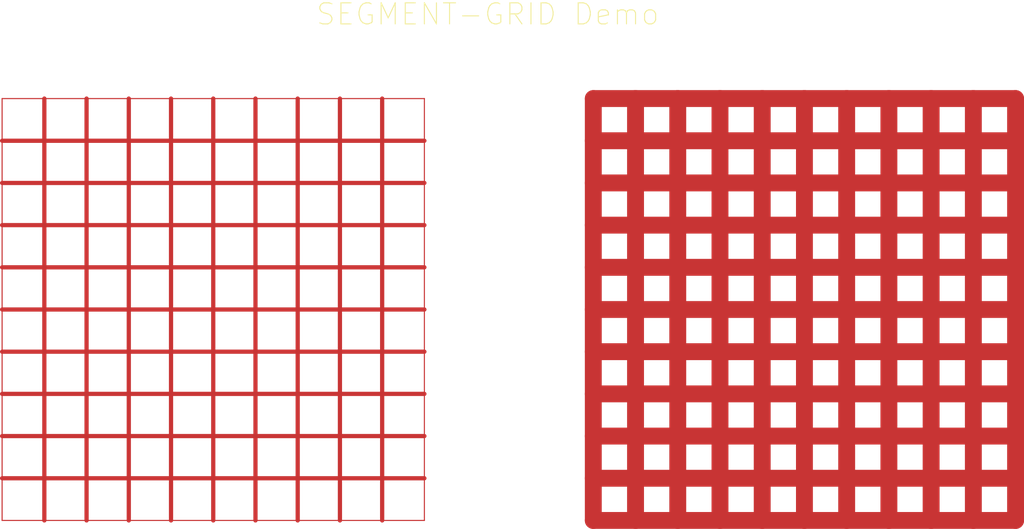
<source format=kicad_pcb>
(
kicad_pcb (version 4) (host pcbnew 4.0.4-stable)

  (general
    (links 0)
    (no_connects 0)
    (area 0 0 0 0)
    (thickness 1.6)
    (drawings 0)
    (tracks 0)
    (zones 0)
    (modules 1)
    (nets 1)
  )

  (page A4)
  (layers
    (0 F.Cu signal)
    (31 B.Cu signal)
    (32 B.Adhes user)
    (33 F.Adhes user)
    (34 B.Paste user)
    (35 F.Paste user)
    (36 B.SilkS user)
    (37 F.SilkS user)
    (38 B.Mask user)
    (39 F.Mask user)
    (40 Dwgs.User user)
    (41 Cmts.User user)
    (42 Eco1.User user)
    (43 Eco2.User user)
    (44 Edge.Cuts user)
    (45 Margin user)
    (46 B.CrtYd user)
    (47 F.CrtYd user)
    (48 B.Fab user)
    (49 F.Fab user)
  )

  (setup
    (last_trace_width 0.25)
    (trace_clearance 0.2)
    (zone_clearance 0.508)
    (zone_45_only no)
    (trace_min 0.2)
    (segment_width 0.2)
    (edge_width 0.15)
    (via_size 0.6)
    (via_drill 0.4)
    (via_min_size 0.4)
    (via_min_drill 0.3)
    (uvia_size 0.3)
    (uvia_drill 0.1)
    (uvias_allowed no)
    (uvia_min_size 0.2)
    (uvia_min_drill 0.1)
    (pcb_text_width 0.3)
    (pcb_text_size 1.5 1.5)
    (mod_edge_width 0.15)
    (mod_text_size 1 1)
    (mod_text_width 0.15)
    (pad_size 1.524 1.524)
    (pad_drill 0.762)
    (pad_to_mask_clearance 0.2)
    (aux_axis_origin 0 0)
    (visible_elements FFFFFF7F)
    (pcbplotparams
      (layerselection 0x00030_80000001)
      (usegerberextensions false)
      (excludeedgelayer true)
      (linewidth 0.100000)
      (plotframeref false)
      (viasonmask false)
      (mode 1)
      (useauxorigin false)
      (hpglpennumber 1)
      (hpglpenspeed 20)
      (hpglpendiameter 15)
      (hpglpenoverlay 2)
      (psnegative false)
      (psa4output false)
      (plotreference true)
      (plotvalue true)
      (plotinvisibletext false)
      (padsonsilk false)
      (subtractmaskfromsilk false)
      (outputformat 1)
      (mirror false)
      (drillshape 1)
      (scaleselection 1)
      (outputdirectory ""))
  )

  (net 0 "")

  (net_class Default "This is the default net class."
    (clearance 0.25)
    (trace_width 0.25)
    (via_dia 0.6)
    (via_drill 0.4)
    (uvia_dia 0.3)
    (uvia_drill 0.1)
  )



 (gr_text "SEGMENT-GRID Demo" (at 145.0000 20.0000 0.0000) (layer F.SilkS)
    (effects (font (size 5.0000 5.0000) (thickness .25))  )
  )
(segment (start 30.0000 140.0000) (end 130.0000 140.0000) (width 0.2500) (layer F.Cu) (net 0))
(segment (start 30.0000 40.0000) (end 130.0000 40.0000) (width 0.2500) (layer F.Cu) (net 0))
(segment (start 130.0000 140.0000) (end 130.0000 40.0000) (width 0.2500) (layer F.Cu) (net 0))
(segment (start 30.0000 40.0000) (end 30.0000 140.0000) (width 0.2500) (layer F.Cu) (net 0))
(segment (start 40.0000 140.0000) (end 40.0000 40.0000) (width 1.0000) (layer F.Cu) (net 0))
(segment (start 50.0000 140.0000) (end 50.0000 40.0000) (width 1.0000) (layer F.Cu) (net 0))
(segment (start 60.0000 140.0000) (end 60.0000 40.0000) (width 1.0000) (layer F.Cu) (net 0))
(segment (start 70.0000 140.0000) (end 70.0000 40.0000) (width 1.0000) (layer F.Cu) (net 0))
(segment (start 80.0000 140.0000) (end 80.0000 40.0000) (width 1.0000) (layer F.Cu) (net 0))
(segment (start 90.0000 140.0000) (end 90.0000 40.0000) (width 1.0000) (layer F.Cu) (net 0))
(segment (start 100.0000 140.0000) (end 100.0000 40.0000) (width 1.0000) (layer F.Cu) (net 0))
(segment (start 110.0000 140.0000) (end 110.0000 40.0000) (width 1.0000) (layer F.Cu) (net 0))
(segment (start 120.0000 140.0000) (end 120.0000 40.0000) (width 1.0000) (layer F.Cu) (net 0))
(segment (start 30.0000 130.0000) (end 130.0000 130.0000) (width 1.0000) (layer F.Cu) (net 0))
(segment (start 30.0000 120.0000) (end 130.0000 120.0000) (width 1.0000) (layer F.Cu) (net 0))
(segment (start 30.0000 110.0000) (end 130.0000 110.0000) (width 1.0000) (layer F.Cu) (net 0))
(segment (start 30.0000 100.0000) (end 130.0000 100.0000) (width 1.0000) (layer F.Cu) (net 0))
(segment (start 30.0000 90.0000) (end 130.0000 90.0000) (width 1.0000) (layer F.Cu) (net 0))
(segment (start 30.0000 80.0000) (end 130.0000 80.0000) (width 1.0000) (layer F.Cu) (net 0))
(segment (start 30.0000 70.0000) (end 130.0000 70.0000) (width 1.0000) (layer F.Cu) (net 0))
(segment (start 30.0000 60.0000) (end 130.0000 60.0000) (width 1.0000) (layer F.Cu) (net 0))
(segment (start 30.0000 50.0000) (end 130.0000 50.0000) (width 1.0000) (layer F.Cu) (net 0))
(segment (start 170.0000 140.0000) (end 270.0000 140.0000) (width 4.0000) (layer F.Cu) (net 0))
(segment (start 170.0000 40.0000) (end 270.0000 40.0000) (width 4.0000) (layer F.Cu) (net 0))
(segment (start 270.0000 140.0000) (end 270.0000 40.0000) (width 4.0000) (layer F.Cu) (net 0))
(segment (start 170.0000 40.0000) (end 170.0000 140.0000) (width 4.0000) (layer F.Cu) (net 0))
(segment (start 180.0000 140.0000) (end 180.0000 40.0000) (width 4.0000) (layer F.Cu) (net 0))
(segment (start 190.0000 140.0000) (end 190.0000 40.0000) (width 4.0000) (layer F.Cu) (net 0))
(segment (start 200.0000 140.0000) (end 200.0000 40.0000) (width 4.0000) (layer F.Cu) (net 0))
(segment (start 210.0000 140.0000) (end 210.0000 40.0000) (width 4.0000) (layer F.Cu) (net 0))
(segment (start 220.0000 140.0000) (end 220.0000 40.0000) (width 4.0000) (layer F.Cu) (net 0))
(segment (start 230.0000 140.0000) (end 230.0000 40.0000) (width 4.0000) (layer F.Cu) (net 0))
(segment (start 240.0000 140.0000) (end 240.0000 40.0000) (width 4.0000) (layer F.Cu) (net 0))
(segment (start 250.0000 140.0000) (end 250.0000 40.0000) (width 4.0000) (layer F.Cu) (net 0))
(segment (start 260.0000 140.0000) (end 260.0000 40.0000) (width 4.0000) (layer F.Cu) (net 0))
(segment (start 170.0000 130.0000) (end 270.0000 130.0000) (width 4.0000) (layer F.Cu) (net 0))
(segment (start 170.0000 120.0000) (end 270.0000 120.0000) (width 4.0000) (layer F.Cu) (net 0))
(segment (start 170.0000 110.0000) (end 270.0000 110.0000) (width 4.0000) (layer F.Cu) (net 0))
(segment (start 170.0000 100.0000) (end 270.0000 100.0000) (width 4.0000) (layer F.Cu) (net 0))
(segment (start 170.0000 90.0000) (end 270.0000 90.0000) (width 4.0000) (layer F.Cu) (net 0))
(segment (start 170.0000 80.0000) (end 270.0000 80.0000) (width 4.0000) (layer F.Cu) (net 0))
(segment (start 170.0000 70.0000) (end 270.0000 70.0000) (width 4.0000) (layer F.Cu) (net 0))
(segment (start 170.0000 60.0000) (end 270.0000 60.0000) (width 4.0000) (layer F.Cu) (net 0))
(segment (start 170.0000 50.0000) (end 270.0000 50.0000) (width 4.0000) (layer F.Cu) (net 0)))
</source>
